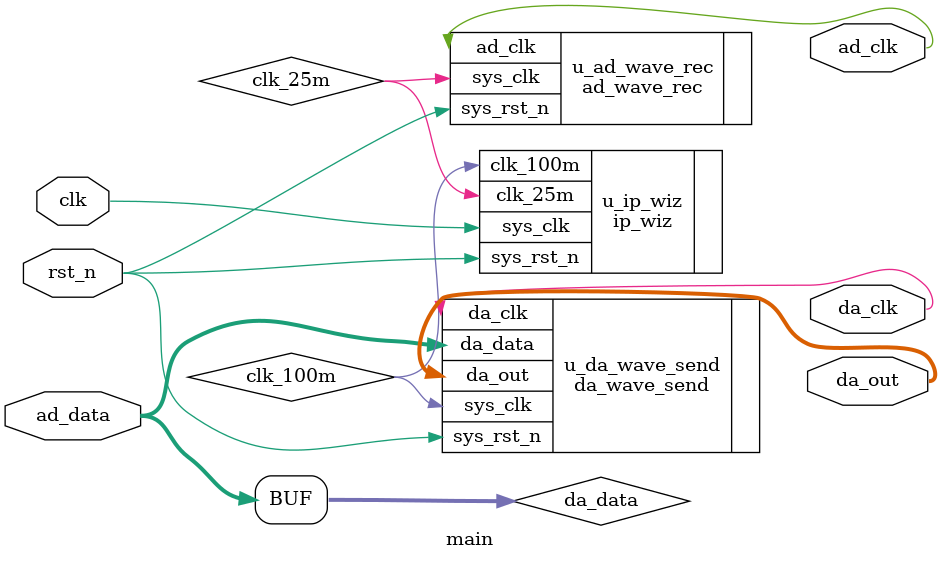
<source format=v>
module main(
        input                   clk     ,
        input                   rst_n   ,
        input           [7:0]   ad_data ,
        output          [7:0]   da_out  ,
        output                  da_clk  ,
        output                  ad_clk

    );
        wire                    clk_100m;
        wire                    clk_25m ;
        wire            [7:0]   da_data ;



        assign  da_data = ad_data;




ip_wiz u_ip_wiz
    (
        .sys_clk  (clk      ),
        .sys_rst_n(rst_n    ),
        .clk_100m (clk_100m ),
        .clk_25m  (clk_25m  )
    );


ad_wave_rec u_ad_wave_rec
    (
        .sys_clk  (clk_25m  ),
        .sys_rst_n(rst_n    ),
        .ad_clk   (ad_clk   )
    );
da_wave_send u_da_wave_send
    (
        .sys_clk  (clk_100m ),
        .sys_rst_n(rst_n    ),
        .da_data  (da_data  ),
        .da_out   (da_out   ),
        .da_clk   (da_clk   )
    );
endmodule

</source>
